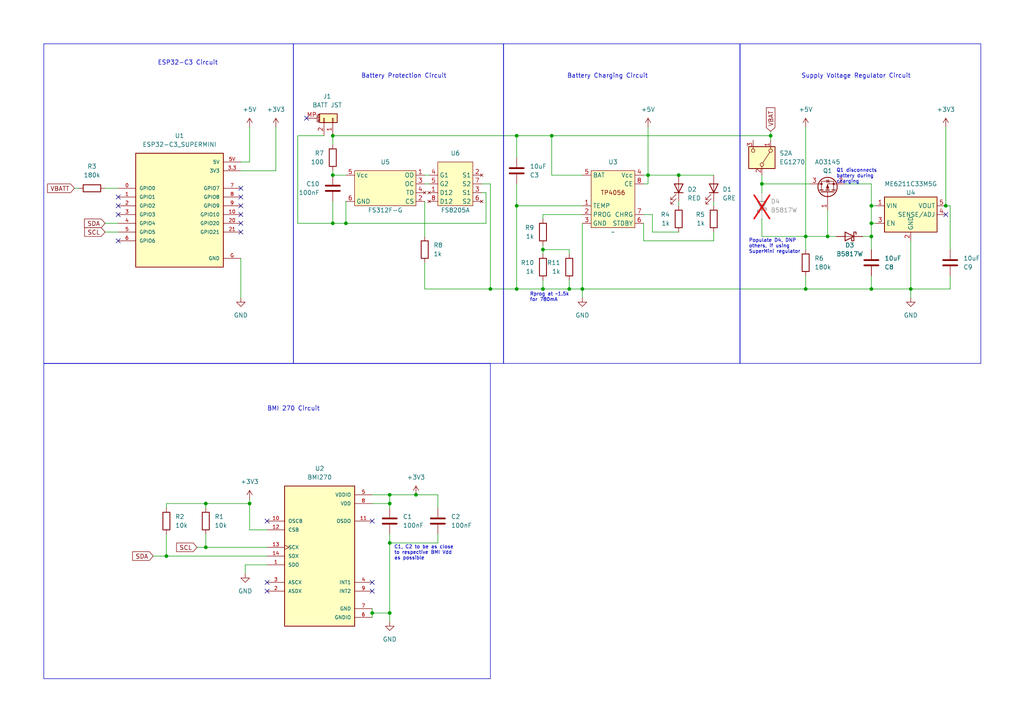
<source format=kicad_sch>
(kicad_sch (version 20230121) (generator eeschema)
  (paper "A4")
  (lib_symbols
    (symbol "BMI270:BMI270" (pin_names (offset 1.016))
      (property "Reference" "U" (at -10.16 21.082 0))
      (property "Value" "BMI270" (at -10.16 -22.86 0))
      (symbol "BMI270_0_0"
        (rectangle (start -10.16 -20.32) (end 10.16 20.32) (stroke (width 0.254)) (fill (type background)))
        (pin bidirectional line (at -15.24 -2.54 0) (length 5.08) (name "SDO") (number "1"))
        (pin input line (at -15.24 10.16 0) (length 5.08) (name "OSCB") (number "10"))
        (pin output line (at 15.24 10.16 180) (length 5.08) (name "OSDO") (number "11"))
        (pin input line (at -15.24 7.62 0) (length 5.08) (name "CSB") (number "12"))
        (pin input clock (at -15.24 2.54 0) (length 5.08) (name "SCX") (number "13"))
        (pin bidirectional line (at -15.24 0 0) (length 5.08) (name "SDX") (number "14"))
        (pin bidirectional line (at -15.24 -10.16 0) (length 5.08) (name "ASDX") (number "2"))
        (pin bidirectional line (at -15.24 -7.62 0) (length 5.08) (name "ASCX") (number "3"))
        (pin bidirectional line (at 15.24 -7.62 180) (length 5.08) (name "INT1") (number "4"))
        (pin power_in line (at 15.24 17.78 180) (length 5.08) (name "VDDIO") (number "5"))
        (pin power_in line (at 15.24 -17.78 180) (length 5.08) (name "GNDIO") (number "6"))
        (pin power_in line (at 15.24 -15.24 180) (length 5.08) (name "GND") (number "7"))
        (pin power_in line (at 15.24 15.24 180) (length 5.08) (name "VDD") (number "8"))
        (pin bidirectional line (at 15.24 -10.16 180) (length 5.08) (name "INT2") (number "9"))
      )
    )
    (symbol "Connector_Generic_MountingPin:Conn_01x02_MountingPin" (pin_names (offset 1.016) hide)
      (property "Reference" "J" (at 0 2.54 0))
      (property "Value" "Conn_01x02_MountingPin" (at 1.27 -5.08 0))
      (symbol "Conn_01x02_MountingPin_1_1"
        (rectangle (start -1.27 -2.413) (end 0 -2.667) (stroke (width 0.1524)))
        (rectangle (start -1.27 0.127) (end 0 -0.127) (stroke (width 0.1524)))
        (rectangle (start -1.27 1.27) (end 1.27 -3.81) (stroke (width 0.254)) (fill (type background)))
        (polyline (pts (xy -1.016 -4.572) (xy 1.016 -4.572)) (stroke (width 0.1524)))
        (text "Mounting" (at 0 -4.191 0) (effects (font (size 0.381 0.381))))
        (pin passive line (at -5.08 0 0) (length 3.81) (name "Pin_1") (number "1"))
        (pin passive line (at -5.08 -2.54 0) (length 3.81) (name "Pin_2") (number "2"))
        (pin passive line (at 0 -7.62 90) (length 3.048) (name "MountPin") (number "MP"))
      )
    )
    (symbol "DW01A:DW01A"
      (property "Reference" "U" (at 0 0 0))
      (property "Value" "DW01A" (at 0 0 0))
      (symbol "DW01A_1_1"
        (rectangle (start -8.89 11.43) (end 8.89 1.27) (fill (type background)))
        (pin input line (at -11.43 10.16 0) (length 2.54) (name "OD") (number "1"))
        (pin input line (at -11.43 2.54 0) (length 2.54) (name "CS") (number "2"))
        (pin input line (at -11.43 7.62 0) (length 2.54) (name "OC") (number "3"))
        (pin no_connect line (at -11.43 5.08 0) (length 2.54) (name "TD") (number "4"))
        (pin input line (at 11.43 10.16 180) (length 2.54) (name "Vcc") (number "5"))
        (pin bidirectional line (at 11.43 2.54 180) (length 2.54) (name "GND") (number "6"))
      )
    )
    (symbol "Device:C" (pin_numbers hide) (pin_names (offset 0.254))
      (property "Reference" "C" (at 0.635 2.54 0))
      (property "Value" "C" (at 0.635 -2.54 0))
      (symbol "C_0_1"
        (polyline (pts (xy -2.032 -0.762) (xy 2.032 -0.762)) (stroke (width 0.508)))
        (polyline (pts (xy -2.032 0.762) (xy 2.032 0.762)) (stroke (width 0.508)))
      )
      (symbol "C_1_1"
        (pin passive line (at 0 3.81 270) (length 2.794) (name "~") (number "1"))
        (pin passive line (at 0 -3.81 90) (length 2.794) (name "~") (number "2"))
      )
    )
    (symbol "Device:D_Schottky" (pin_numbers hide) (pin_names (offset 1.016) hide)
      (property "Reference" "D" (at 0 2.54 0))
      (property "Value" "D_Schottky" (at 0 -2.54 0))
      (symbol "D_Schottky_0_1"
        (polyline (pts (xy 1.27 0) (xy -1.27 0)))
        (polyline (pts (xy 1.27 1.27) (xy 1.27 -1.27) (xy -1.27 0) (xy 1.27 1.27)) (stroke (width 0.254)))
        (polyline (pts (xy -1.905 0.635) (xy -1.905 1.27) (xy -1.27 1.27) (xy -1.27 -1.27) (xy -0.635 -1.27) (xy -0.635 -0.635)) (stroke (width 0.254)))
      )
      (symbol "D_Schottky_1_1"
        (pin passive line (at -3.81 0 0) (length 2.54) (name "K") (number "1"))
        (pin passive line (at 3.81 0 180) (length 2.54) (name "A") (number "2"))
      )
    )
    (symbol "Device:LED" (pin_numbers hide) (pin_names (offset 1.016) hide)
      (property "Reference" "D" (at 0 2.54 0))
      (property "Value" "LED" (at 0 -2.54 0))
      (symbol "LED_0_1"
        (polyline (pts (xy -1.27 -1.27) (xy -1.27 1.27)) (stroke (width 0.254)))
        (polyline (pts (xy -1.27 0) (xy 1.27 0)))
        (polyline (pts (xy 1.27 -1.27) (xy 1.27 1.27) (xy -1.27 0) (xy 1.27 -1.27)) (stroke (width 0.254)))
        (polyline (pts (xy -3.048 -0.762) (xy -4.572 -2.286) (xy -3.81 -2.286) (xy -4.572 -2.286) (xy -4.572 -1.524)))
        (polyline (pts (xy -1.778 -0.762) (xy -3.302 -2.286) (xy -2.54 -2.286) (xy -3.302 -2.286) (xy -3.302 -1.524)))
      )
      (symbol "LED_1_1"
        (pin passive line (at -3.81 0 0) (length 2.54) (name "K") (number "1"))
        (pin passive line (at 3.81 0 180) (length 2.54) (name "A") (number "2"))
      )
    )
    (symbol "Device:Q_PMOS_GSD" (pin_names (offset 0) hide)
      (property "Reference" "Q" (at 5.08 1.27 0))
      (property "Value" "Q_PMOS_GSD" (at 5.08 -1.27 0))
      (symbol "Q_PMOS_GSD_0_1"
        (polyline (pts (xy 0.254 0) (xy -2.54 0)))
        (polyline (pts (xy 0.254 1.905) (xy 0.254 -1.905)) (stroke (width 0.254)))
        (polyline (pts (xy 0.762 -1.27) (xy 0.762 -2.286)) (stroke (width 0.254)))
        (polyline (pts (xy 0.762 0.508) (xy 0.762 -0.508)) (stroke (width 0.254)))
        (polyline (pts (xy 0.762 2.286) (xy 0.762 1.27)) (stroke (width 0.254)))
        (polyline (pts (xy 2.54 2.54) (xy 2.54 1.778)))
        (polyline (pts (xy 2.54 -2.54) (xy 2.54 0) (xy 0.762 0)))
        (polyline (pts (xy 0.762 1.778) (xy 3.302 1.778) (xy 3.302 -1.778) (xy 0.762 -1.778)))
        (polyline (pts (xy 2.286 0) (xy 1.27 0.381) (xy 1.27 -0.381) (xy 2.286 0)) (fill (type outline)))
        (polyline (pts (xy 2.794 -0.508) (xy 2.921 -0.381) (xy 3.683 -0.381) (xy 3.81 -0.254)))
        (polyline (pts (xy 3.302 -0.381) (xy 2.921 0.254) (xy 3.683 0.254) (xy 3.302 -0.381)))
        (circle (center 1.651 0) (radius 2.794) (stroke (width 0.254)))
        (circle (center 2.54 -1.778) (radius 0.254) (fill (type outline)))
        (circle (center 2.54 1.778) (radius 0.254) (fill (type outline)))
      )
      (symbol "Q_PMOS_GSD_1_1"
        (pin input line (at -5.08 0 0) (length 2.54) (name "G") (number "1"))
        (pin passive line (at 2.54 -5.08 90) (length 2.54) (name "S") (number "2"))
        (pin passive line (at 2.54 5.08 270) (length 2.54) (name "D") (number "3"))
      )
    )
    (symbol "Device:R" (pin_numbers hide) (pin_names (offset 0))
      (property "Reference" "R" (at 2.032 0 90))
      (property "Value" "R" (at 0 0 90))
      (symbol "R_0_1"
        (rectangle (start -1.016 -2.54) (end 1.016 2.54) (stroke (width 0.254)))
      )
      (symbol "R_1_1"
        (pin passive line (at 0 3.81 270) (length 1.27) (name "~") (number "1"))
        (pin passive line (at 0 -3.81 90) (length 1.27) (name "~") (number "2"))
      )
    )
    (symbol "ESP32-C3_SUPERMINI:ESP32-C3_SUPERMINI" (pin_names (offset 1.016))
      (property "Reference" "U" (at -12.7 16.002 0))
      (property "Value" "ESP32-C3_SUPERMINI" (at -12.7 -20.32 0))
      (symbol "ESP32-C3_SUPERMINI_0_0"
        (rectangle (start -12.7 -17.78) (end 12.7 15.24) (stroke (width 0.254)) (fill (type background)))
        (pin bidirectional line (at -17.78 5.08 0) (length 5.08) (name "GPIO0") (number "0"))
        (pin bidirectional line (at -17.78 2.54 0) (length 5.08) (name "GPIO1") (number "1"))
        (pin bidirectional line (at 17.78 -2.54 180) (length 5.08) (name "GPIO10") (number "10"))
        (pin bidirectional line (at -17.78 0 0) (length 5.08) (name "GPIO2") (number "2"))
        (pin bidirectional line (at 17.78 -5.08 180) (length 5.08) (name "GPIO20") (number "20"))
        (pin bidirectional line (at 17.78 -7.62 180) (length 5.08) (name "GPIO21") (number "21"))
        (pin bidirectional line (at -17.78 -2.54 0) (length 5.08) (name "GPIO3") (number "3"))
        (pin power_in line (at 17.78 10.16 180) (length 5.08) (name "3V3") (number "3.3"))
        (pin bidirectional line (at -17.78 -5.08 0) (length 5.08) (name "GPIO4") (number "4"))
        (pin bidirectional line (at -17.78 -7.62 0) (length 5.08) (name "GPIO5") (number "5"))
        (pin power_in line (at 17.78 12.7 180) (length 5.08) (name "5V") (number "5V"))
        (pin bidirectional line (at -17.78 -10.16 0) (length 5.08) (name "GPIO6") (number "6"))
        (pin bidirectional line (at 17.78 5.08 180) (length 5.08) (name "GPIO7") (number "7"))
        (pin bidirectional line (at 17.78 2.54 180) (length 5.08) (name "GPIO8") (number "8"))
        (pin bidirectional line (at 17.78 0 180) (length 5.08) (name "GPIO9") (number "9"))
        (pin power_in line (at 17.78 -15.24 180) (length 5.08) (name "GND") (number "G"))
      )
    )
    (symbol "Regulator_Linear:ADP7142AUJZ-3.3"
      (property "Reference" "U" (at 0 8.89 0))
      (property "Value" "ADP7142AUJZ-3.3" (at 0 6.35 0))
      (symbol "ADP7142AUJZ-3.3_0_1"
        (rectangle (start -7.62 5.08) (end 7.62 -5.08) (stroke (width 0.254)) (fill (type background)))
      )
      (symbol "ADP7142AUJZ-3.3_1_1"
        (pin power_in line (at -10.16 2.54 0) (length 2.54) (name "VIN") (number "1"))
        (pin power_in line (at 0 -7.62 90) (length 2.54) (name "GND") (number "2"))
        (pin input line (at -10.16 -2.54 0) (length 2.54) (name "EN") (number "3"))
        (pin input line (at 10.16 0 180) (length 2.54) (name "SENSE/ADJ") (number "4"))
        (pin power_out line (at 10.16 2.54 180) (length 2.54) (name "VOUT") (number "5"))
      )
    )
    (symbol "Switch:SW_DPDT_x2" (pin_names (offset 0) hide)
      (property "Reference" "SW" (at 0 5.08 0))
      (property "Value" "SW_DPDT_x2" (at 0 -5.08 0))
      (symbol "SW_DPDT_x2_0_0"
        (circle (center -2.032 0) (radius 0.508))
        (circle (center 2.032 -2.54) (radius 0.508))
      )
      (symbol "SW_DPDT_x2_0_1"
        (rectangle (start -3.175 3.81) (end 3.175 -3.81) (stroke (width 0.254)) (fill (type background)))
        (polyline (pts (xy -1.524 0.254) (xy 1.5748 2.286)))
        (circle (center 2.032 2.54) (radius 0.508))
      )
      (symbol "SW_DPDT_x2_1_1"
        (pin passive line (at 5.08 2.54 180) (length 2.54) (name "A") (number "1"))
        (pin passive line (at -5.08 0 0) (length 2.54) (name "B") (number "2"))
        (pin passive line (at 5.08 -2.54 180) (length 2.54) (name "C") (number "3"))
      )
      (symbol "SW_DPDT_x2_2_1"
        (pin passive line (at 5.08 2.54 180) (length 2.54) (name "A") (number "4"))
        (pin passive line (at -5.08 0 0) (length 2.54) (name "B") (number "5"))
        (pin passive line (at 5.08 -2.54 180) (length 2.54) (name "C") (number "6"))
      )
    )
    (symbol "TP4056_Board:FS8205A"
      (property "Reference" "U" (at 0 0 0))
      (property "Value" "FS8205A" (at 0 -2.54 0))
      (symbol "FS8205A_1_1"
        (rectangle (start -5.08 13.97) (end 5.08 1.27) (fill (type background)))
        (pin no_connect line (at 7.62 5.08 180) (length 2.54) (name "D12") (number "1"))
        (pin no_connect line (at -7.62 10.16 0) (length 2.54) (name "S1") (number "2"))
        (pin bidirectional line (at -7.62 5.08 0) (length 2.54) (name "S1") (number "3"))
        (pin bidirectional line (at 7.62 10.16 180) (length 2.54) (name "G1") (number "4"))
        (pin bidirectional line (at 7.62 7.62 180) (length 2.54) (name "G2") (number "5"))
        (pin no_connect line (at -7.62 2.54 0) (length 2.54) (name "S2") (number "6"))
        (pin bidirectional line (at -7.62 7.62 0) (length 2.54) (name "S2") (number "7"))
        (pin no_connect line (at 7.62 2.54 180) (length 2.54) (name "D12") (number "8"))
      )
    )
    (symbol "TP4056_Board:TP4056"
      (property "Reference" "U" (at 0 0 0))
      (symbol "TP4056_1_1"
        (rectangle (start -6.35 17.78) (end 6.35 1.27) (fill (type background)))
        (text "TP4056" (at 0 11.43 0) (effects (font (size 1.27 1.27))))
        (pin input line (at 8.89 7.62 180) (length 2.54) (name "TEMP") (number "1"))
        (pin input line (at 8.89 5.08 180) (length 2.54) (name "PROG") (number "2"))
        (pin bidirectional line (at 8.89 2.54 180) (length 2.54) (name "GND") (number "3"))
        (pin input line (at -8.89 16.51 0) (length 2.54) (name "Vcc") (number "4"))
        (pin output line (at 8.89 16.51 180) (length 2.54) (name "BAT") (number "5"))
        (pin output line (at -8.89 2.54 0) (length 2.54) (name "STDBY") (number "6"))
        (pin output line (at -8.89 5.08 0) (length 2.54) (name "CHRG") (number "7"))
        (pin input line (at -8.89 13.97 0) (length 2.54) (name "CE") (number "8"))
      )
    )
    (symbol "power:+3V3" (power) (pin_names (offset 0))
      (property "Value" "+3V3" (at 0 3.556 0))
      (symbol "+3V3_0_1"
        (polyline (pts (xy -0.762 1.27) (xy 0 2.54)))
        (polyline (pts (xy 0 0) (xy 0 2.54)))
        (polyline (pts (xy 0 2.54) (xy 0.762 1.27)))
      )
      (symbol "+3V3_1_1"
        (pin power_in line (at 0 0 90) (length 0) hide (name "+3V3") (number "1"))
      )
    )
    (symbol "power:+5V" (power) (pin_names (offset 0))
      (property "Value" "+5V" (at 0 3.556 0))
      (symbol "+5V_0_1"
        (polyline (pts (xy -0.762 1.27) (xy 0 2.54)))
        (polyline (pts (xy 0 0) (xy 0 2.54)))
        (polyline (pts (xy 0 2.54) (xy 0.762 1.27)))
      )
      (symbol "+5V_1_1"
        (pin power_in line (at 0 0 90) (length 0) hide (name "+5V") (number "1"))
      )
    )
    (symbol "power:GND" (power) (pin_names (offset 0))
      (property "Value" "GND" (at 0 -3.81 0))
      (symbol "GND_0_1"
        (polyline (pts (xy 0 0) (xy 0 -1.27) (xy 1.27 -1.27) (xy 0 -2.54) (xy -1.27 -1.27) (xy 0 -1.27)))
      )
      (symbol "GND_1_1"
        (pin power_in line (at 0 0 270) (length 0) hide (name "GND") (number "1"))
      )
    )
  )
  (junction (at 223.52 39.37))
  (junction (at 160.02 39.37))
  (junction (at 157.48 83.82))
  (junction (at 100.33 64.77))
  (junction (at 96.52 39.37))
  (junction (at 233.68 83.82))
  (junction (at 252.73 59.69))
  (junction (at 113.03 157.48))
  (junction (at 168.91 83.82))
  (junction (at 113.03 146.05))
  (junction (at 165.1 83.82))
  (junction (at 252.73 64.77))
  (junction (at 72.39 146.05))
  (junction (at 113.03 177.8))
  (junction (at 157.48 72.39))
  (junction (at 187.96 50.8))
  (junction (at 96.52 64.77))
  (junction (at 120.65 143.51))
  (junction (at 149.86 59.69))
  (junction (at 264.16 83.82))
  (junction (at 233.68 68.58))
  (junction (at 48.26 161.29))
  (junction (at 220.98 53.34))
  (junction (at 96.52 50.8))
  (junction (at 142.24 83.82))
  (junction (at 252.73 68.58))
  (junction (at 196.85 50.8))
  (junction (at 59.69 146.05))
  (junction (at 149.86 39.37))
  (junction (at 252.73 83.82))
  (junction (at 107.95 177.8))
  (junction (at 149.86 83.82))
  (junction (at 274.32 59.69))
  (junction (at 59.69 158.75))
  (junction (at 240.03 68.58))
  (junction (at 113.03 143.51))
  (no_connect (at 77.47 171.45))
  (no_connect (at 77.47 168.91))
  (no_connect (at 107.95 151.13))
  (no_connect (at 34.29 57.15))
  (no_connect (at 69.85 59.69))
  (no_connect (at 69.85 62.23))
  (no_connect (at 274.32 62.23))
  (no_connect (at 69.85 64.77))
  (no_connect (at 107.95 171.45))
  (no_connect (at 69.85 57.15))
  (no_connect (at 77.47 151.13))
  (no_connect (at 69.85 67.31))
  (no_connect (at 34.29 62.23))
  (no_connect (at 34.29 59.69))
  (no_connect (at 69.85 54.61))
  (no_connect (at 34.29 69.85))
  (no_connect (at 107.95 168.91))
  (no_connect (at 88.9 34.29))
  (wire (pts (xy 264.16 83.82) (xy 275.59 83.82)))
  (wire (pts (xy 113.03 157.48) (xy 113.03 154.94)))
  (wire (pts (xy 59.69 154.94) (xy 59.69 158.75)))
  (wire (pts (xy 196.85 50.8) (xy 187.96 50.8)))
  (wire (pts (xy 48.26 154.94) (xy 48.26 161.29)))
  (wire (pts (xy 240.03 60.96) (xy 240.03 68.58)))
  (wire (pts (xy 59.69 146.05) (xy 59.69 147.32)))
  (wire (pts (xy 168.91 62.23) (xy 157.48 62.23)))
  (wire (pts (xy 275.59 59.69) (xy 275.59 72.39)))
  (wire (pts (xy 233.68 83.82) (xy 252.73 83.82)))
  (wire (pts (xy 72.39 153.67) (xy 77.47 153.67)))
  (wire (pts (xy 127 143.51) (xy 127 147.32)))
  (wire (pts (xy 72.39 36.83) (xy 72.39 46.99)))
  (wire (pts (xy 187.96 50.8) (xy 186.69 50.8)))
  (wire (pts (xy 149.86 39.37) (xy 96.52 39.37)))
  (wire (pts (xy 142.24 83.82) (xy 149.86 83.82)))
  (wire (pts (xy 96.52 39.37) (xy 96.52 41.91)))
  (wire (pts (xy 96.52 64.77) (xy 86.36 64.77)))
  (wire (pts (xy 160.02 50.8) (xy 168.91 50.8)))
  (wire (pts (xy 72.39 144.78) (xy 72.39 146.05)))
  (wire (pts (xy 107.95 143.51) (xy 113.03 143.51)))
  (wire (pts (xy 275.59 83.82) (xy 275.59 80.01)))
  (wire (pts (xy 157.48 83.82) (xy 165.1 83.82)))
  (wire (pts (xy 69.85 86.36) (xy 69.85 74.93)))
  (wire (pts (xy 123.19 76.2) (xy 123.19 83.82)))
  (wire (pts (xy 72.39 146.05) (xy 59.69 146.05)))
  (wire (pts (xy 274.32 59.69) (xy 275.59 59.69)))
  (wire (pts (xy 196.85 67.31) (xy 189.23 67.31)))
  (wire (pts (xy 252.73 64.77) (xy 252.73 68.58)))
  (wire (pts (xy 30.48 54.61) (xy 34.29 54.61)))
  (wire (pts (xy 252.73 68.58) (xy 252.73 72.39)))
  (wire (pts (xy 107.95 146.05) (xy 113.03 146.05)))
  (wire (pts (xy 157.48 81.28) (xy 157.48 83.82)))
  (wire (pts (xy 30.48 64.77) (xy 34.29 64.77)))
  (wire (pts (xy 149.86 59.69) (xy 149.86 83.82)))
  (wire (pts (xy 264.16 69.85) (xy 264.16 83.82)))
  (wire (pts (xy 252.73 80.01) (xy 252.73 83.82)))
  (wire (pts (xy 140.97 64.77) (xy 100.33 64.77)))
  (wire (pts (xy 207.01 67.31) (xy 207.01 69.85)))
  (wire (pts (xy 233.68 68.58) (xy 240.03 68.58)))
  (wire (pts (xy 44.45 161.29) (xy 48.26 161.29)))
  (wire (pts (xy 165.1 72.39) (xy 165.1 73.66)))
  (wire (pts (xy 165.1 81.28) (xy 165.1 83.82)))
  (wire (pts (xy 113.03 157.48) (xy 113.03 177.8)))
  (wire (pts (xy 96.52 64.77) (xy 100.33 64.77)))
  (wire (pts (xy 223.52 39.37) (xy 223.52 40.64)))
  (wire (pts (xy 187.96 36.83) (xy 187.96 50.8)))
  (wire (pts (xy 96.52 64.77) (xy 96.52 58.42)))
  (wire (pts (xy 120.65 143.51) (xy 127 143.51)))
  (wire (pts (xy 142.24 53.34) (xy 142.24 83.82)))
  (wire (pts (xy 30.48 67.31) (xy 34.29 67.31)))
  (wire (pts (xy 142.24 53.34) (xy 139.7 53.34)))
  (wire (pts (xy 252.73 59.69) (xy 252.73 64.77)))
  (wire (pts (xy 160.02 39.37) (xy 223.52 39.37)))
  (wire (pts (xy 59.69 146.05) (xy 48.26 146.05)))
  (wire (pts (xy 113.03 177.8) (xy 113.03 180.34)))
  (wire (pts (xy 157.48 72.39) (xy 165.1 72.39)))
  (wire (pts (xy 86.36 64.77) (xy 86.36 39.37)))
  (wire (pts (xy 21.59 54.61) (xy 22.86 54.61)))
  (wire (pts (xy 149.86 53.34) (xy 149.86 59.69)))
  (wire (pts (xy 187.96 50.8) (xy 187.96 53.34)))
  (wire (pts (xy 113.03 146.05) (xy 113.03 147.32)))
  (wire (pts (xy 157.48 62.23) (xy 157.48 63.5)))
  (wire (pts (xy 100.33 58.42) (xy 100.33 64.77)))
  (wire (pts (xy 113.03 157.48) (xy 127 157.48)))
  (wire (pts (xy 96.52 49.53) (xy 96.52 50.8)))
  (wire (pts (xy 196.85 58.42) (xy 196.85 59.69)))
  (wire (pts (xy 223.52 38.1) (xy 223.52 39.37)))
  (wire (pts (xy 186.69 69.85) (xy 186.69 64.77)))
  (wire (pts (xy 48.26 146.05) (xy 48.26 147.32)))
  (wire (pts (xy 220.98 68.58) (xy 220.98 63.5)))
  (wire (pts (xy 165.1 83.82) (xy 168.91 83.82)))
  (wire (pts (xy 72.39 146.05) (xy 72.39 153.67)))
  (wire (pts (xy 123.19 83.82) (xy 142.24 83.82)))
  (wire (pts (xy 220.98 53.34) (xy 220.98 55.88)))
  (wire (pts (xy 242.57 68.58) (xy 240.03 68.58)))
  (wire (pts (xy 107.95 177.8) (xy 107.95 179.07)))
  (wire (pts (xy 168.91 64.77) (xy 168.91 83.82)))
  (wire (pts (xy 140.97 55.88) (xy 140.97 64.77)))
  (wire (pts (xy 233.68 36.83) (xy 233.68 68.58)))
  (wire (pts (xy 207.01 58.42) (xy 207.01 59.69)))
  (wire (pts (xy 274.32 36.83) (xy 274.32 59.69)))
  (wire (pts (xy 123.19 58.42) (xy 123.19 68.58)))
  (wire (pts (xy 157.48 72.39) (xy 157.48 73.66)))
  (wire (pts (xy 168.91 83.82) (xy 233.68 83.82)))
  (wire (pts (xy 250.19 68.58) (xy 252.73 68.58)))
  (wire (pts (xy 264.16 83.82) (xy 264.16 86.36)))
  (wire (pts (xy 233.68 68.58) (xy 233.68 72.39)))
  (wire (pts (xy 113.03 143.51) (xy 120.65 143.51)))
  (wire (pts (xy 124.46 50.8) (xy 123.19 50.8)))
  (wire (pts (xy 252.73 59.69) (xy 254 59.69)))
  (wire (pts (xy 127 157.48) (xy 127 154.94)))
  (wire (pts (xy 59.69 158.75) (xy 77.47 158.75)))
  (wire (pts (xy 149.86 83.82) (xy 157.48 83.82)))
  (wire (pts (xy 149.86 39.37) (xy 160.02 39.37)))
  (wire (pts (xy 220.98 53.34) (xy 234.95 53.34)))
  (wire (pts (xy 100.33 50.8) (xy 96.52 50.8)))
  (wire (pts (xy 139.7 55.88) (xy 140.97 55.88)))
  (wire (pts (xy 107.95 177.8) (xy 113.03 177.8)))
  (wire (pts (xy 113.03 143.51) (xy 113.03 146.05)))
  (wire (pts (xy 233.68 83.82) (xy 233.68 80.01)))
  (wire (pts (xy 245.11 53.34) (xy 252.73 53.34)))
  (wire (pts (xy 168.91 86.36) (xy 168.91 83.82)))
  (wire (pts (xy 107.95 176.53) (xy 107.95 177.8)))
  (wire (pts (xy 196.85 50.8) (xy 207.01 50.8)))
  (wire (pts (xy 124.46 53.34) (xy 123.19 53.34)))
  (wire (pts (xy 252.73 53.34) (xy 252.73 59.69)))
  (wire (pts (xy 149.86 39.37) (xy 149.86 45.72)))
  (wire (pts (xy 48.26 161.29) (xy 77.47 161.29)))
  (wire (pts (xy 149.86 59.69) (xy 168.91 59.69)))
  (wire (pts (xy 57.15 158.75) (xy 59.69 158.75)))
  (wire (pts (xy 187.96 53.34) (xy 186.69 53.34)))
  (wire (pts (xy 71.12 163.83) (xy 77.47 163.83)))
  (wire (pts (xy 69.85 49.53) (xy 80.01 49.53)))
  (wire (pts (xy 86.36 39.37) (xy 93.98 39.37)))
  (wire (pts (xy 160.02 39.37) (xy 160.02 50.8)))
  (wire (pts (xy 157.48 71.12) (xy 157.48 72.39)))
  (wire (pts (xy 220.98 68.58) (xy 233.68 68.58)))
  (wire (pts (xy 80.01 49.53) (xy 80.01 36.83)))
  (wire (pts (xy 220.98 50.8) (xy 220.98 53.34)))
  (wire (pts (xy 186.69 69.85) (xy 207.01 69.85)))
  (wire (pts (xy 252.73 83.82) (xy 264.16 83.82)))
  (wire (pts (xy 186.69 62.23) (xy 189.23 62.23)))
  (wire (pts (xy 71.12 166.37) (xy 71.12 163.83)))
  (wire (pts (xy 72.39 46.99) (xy 69.85 46.99)))
  (wire (pts (xy 252.73 64.77) (xy 254 64.77)))
  (wire (pts (xy 189.23 67.31) (xy 189.23 62.23)))
  (rectangle (start 85.09 12.7) (end 146.05 105.41))
  (rectangle (start 12.7 12.7) (end 85.09 105.41))
  (rectangle (start 146.05 12.7) (end 214.63 105.41))
  (rectangle (start 12.7 105.41) (end 142.24 196.85))
  (rectangle (start 214.63 12.7) (end 284.48 105.41))
  (text "BMI 270 Circuit" (at 77.47 119.38 0) (effects (font (size 1.27 1.27)) (justify left bottom)))
  (text "Battery Protection Circuit" (at 129.54 22.86 0) (effects (font (size 1.27 1.27)) (justify right bottom)))
  (text "Supply Voltage Regulator Circuit" (at 232.41 22.86 0) (effects (font (size 1.27 1.27)) (justify left bottom)))
  (text "ESP32-C3 Circuit" (at 45.72 19.05 0) (effects (font (size 1.27 1.27)) (justify left bottom)))
  (text "Populate D4, DNP \nothers, if using\nSuperMini regulator" (at 217.17 73.66 0) (effects (font (size 1 1)) (justify left bottom)))
  (text "Battery Charging Circuit" (at 187.96 22.86 0) (effects (font (size 1.27 1.27)) (justify right bottom)))
  (text "Rprog at ~1.5k \nfor 780mA" (at 153.67 87.63 0) (effects (font (size 1 1)) (justify left bottom)))
  (text "C1, C2 to be as close\nto respective BMI Vdd\nas possible" (at 114.3 162.56 0) (effects (font (size 1 1)) (justify left bottom)))
  (text "Q1 disconnects\nbattery during\ncharging" (at 242.57 53.34 0) (effects (font (size 1 1)) (justify left bottom)))
  (global_label "SCL" (shape input) (at 57.15 158.75 180) (property "Intersheetrefs" "${INTERSHEET_REFS}" (effects hide)))
  (global_label "VBAT" (shape input) (at 223.52 38.1 90) (property "Intersheetrefs" "${INTERSHEET_REFS}" (effects hide)))
  (global_label "VBATT" (shape input) (at 21.59 54.61 180) (property "Intersheetrefs" "${INTERSHEET_REFS}" (effects hide)))
  (global_label "SCL" (shape input) (at 30.48 67.31 180) (property "Intersheetrefs" "${INTERSHEET_REFS}" (effects hide)))
  (global_label "SDA" (shape input) (at 44.45 161.29 180) (property "Intersheetrefs" "${INTERSHEET_REFS}" (effects hide)))
  (global_label "SDA" (shape input) (at 30.48 64.77 180) (property "Intersheetrefs" "${INTERSHEET_REFS}" (effects hide)))
  (symbol (lib_id "Device:Q_PMOS_GSD") (at 240.03 55.88 90) (unit 1)
    (property "Reference" "Q1" (at 240.03 49.53 90))
    (property "Value" "AO3145" (at 240.03 46.99 90))
    (property "Footprint" "Package_TO_SOT_SMD:SOT-23" (effects hide))
    (property "Datasheet" "https://mm.digikey.com/Volume0/opasdata/d220001/medias/docus/1116/AO3415.pdf" (effects hide))
  )
  (symbol (lib_id "Device:C") (at 252.73 76.2 0) (mirror x) (unit 1)
    (property "Reference" "C8" (at 256.54 77.47 0) (effects (justify left)))
    (property "Value" "10uF" (at 256.54 74.93 0) (effects (justify left)))
    (property "Footprint" "Connector_JST:JST_JWPF_B02B-JWPF-SK-R_1x02_P2.00mm_Vertical" (effects hide))
  )
  (symbol (lib_id "Device:R") (at 26.67 54.61 270) (unit 1)
    (property "Reference" "R3" (at 26.67 48.26 90))
    (property "Value" "180k" (at 26.67 50.8 90))
    (property "Footprint" "Resistor_SMD:R_0805_2012Metric" (effects hide))
  )
  (symbol (lib_id "Device:R") (at 196.85 63.5 0) (mirror x) (unit 1)
    (property "Reference" "R4" (at 194.31 62.23 0) (effects (justify right)))
    (property "Value" "1k" (at 194.31 64.77 0) (effects (justify right)))
    (property "Footprint" "Resistor_SMD:R_0805_2012Metric" (effects hide))
  )
  (symbol (lib_id "Connector_Generic_MountingPin:Conn_01x02_MountingPin") (at 96.52 34.29 270) (mirror x) (unit 1)
    (property "Reference" "J1" (at 94.8944 27.94 90))
    (property "Value" "BATT JST" (at 94.8944 30.48 90))
    (property "Footprint" "Connector_JST:JST_PH_B2B-PH-K_1x02_P2.00mm_Vertical" (effects hide))
  )
  (symbol (lib_id "power:+3V3") (at 274.32 36.83 0) (mirror y) (unit 1)
    (property "Reference" "#PWR09" (effects hide))
    (property "Value" "+3V3" (at 274.32 31.75 0))
  )
  (symbol (lib_id "TP4056_Board:FS8205A") (at 132.08 60.96 0) (mirror y) (unit 1)
    (property "Reference" "U6" (at 132.08 44.45 0))
    (property "Value" "FS8205A" (at 132.08 60.96 0))
    (property "Footprint" "Package_SO:TSSOP-8_4.4x3mm_P0.65mm" (effects hide))
  )
  (symbol (lib_id "Device:R") (at 123.19 72.39 0) (mirror y) (unit 1)
    (property "Reference" "R8" (at 125.73 71.12 0) (effects (justify right)))
    (property "Value" "1k" (at 125.73 73.66 0) (effects (justify right)))
    (property "Footprint" "Resistor_SMD:R_0805_2012Metric" (effects hide))
  )
  (symbol (lib_id "Device:R") (at 59.69 151.13 0) (unit 1)
    (property "Reference" "R1" (at 62.23 149.86 0) (effects (justify left)))
    (property "Value" "10k" (at 62.23 152.4 0) (effects (justify left)))
    (property "Footprint" "Resistor_SMD:R_0805_2012Metric" (effects hide))
  )
  (symbol (lib_id "power:+3V3") (at 120.65 143.51 0) (unit 1)
    (property "Reference" "#PWR04" (effects hide))
    (property "Value" "+3V3" (at 120.65 138.43 0))
  )
  (symbol (lib_id "power:+5V") (at 72.39 36.83 0) (unit 1)
    (property "Reference" "#PWR08" (effects hide))
    (property "Value" "+5V" (at 72.39 31.75 0))
  )
  (symbol (lib_id "power:+5V") (at 187.96 36.83 0) (mirror y) (unit 1)
    (property "Reference" "#PWR03" (effects hide))
    (property "Value" "+5V" (at 187.96 31.75 0))
  )
  (symbol (lib_id "Device:R") (at 96.52 45.72 0) (mirror y) (unit 1)
    (property "Reference" "R7" (at 93.98 44.45 0) (effects (justify left)))
    (property "Value" "100" (at 93.98 46.99 0) (effects (justify left)))
    (property "Footprint" "Resistor_SMD:R_0805_2012Metric" (effects hide))
  )
  (symbol (lib_id "Switch:SW_DPDT_x2") (at 220.98 45.72 270) (mirror x) (unit 1)
    (property "Reference" "S2" (at 226.06 44.45 90) (effects (justify left)))
    (property "Value" "EG1270" (at 226.06 46.99 90) (effects (justify left)))
    (property "Footprint" "EG1270:SW_EG1270" (effects hide))
  )
  (symbol (lib_id "Device:D_Schottky") (at 220.98 59.69 90) (unit 1) (dnp yes)
    (property "Reference" "D4" (at 223.52 58.42 90) (effects (justify right)))
    (property "Value" "B5817W" (at 223.52 60.96 90) (effects (justify right)))
    (property "Footprint" "Diode_SMD:D_0805_2012Metric" (effects hide))
    (property "Sim.Device" "D" (effects hide))
    (property "Sim.Pins" "1=K 2=A" (effects hide))
  )
  (symbol (lib_id "Device:LED") (at 207.01 54.61 270) (mirror x) (unit 1)
    (property "Reference" "D1" (at 209.55 54.9275 90) (effects (justify left)))
    (property "Value" "GRE" (at 209.55 57.4675 90) (effects (justify left)))
  )
  (symbol (lib_id "power:GND") (at 71.12 166.37 0) (unit 1)
    (property "Reference" "#PWR02" (effects hide))
    (property "Value" "GND" (at 71.12 171.45 0))
  )
  (symbol (lib_id "Device:R") (at 233.68 76.2 0) (unit 1)
    (property "Reference" "R6" (at 236.22 74.93 0) (effects (justify left)))
    (property "Value" "180k" (at 236.22 77.47 0) (effects (justify left)))
    (property "Footprint" "Resistor_SMD:R_0805_2012Metric" (effects hide))
  )
  (symbol (lib_id "Device:C") (at 275.59 76.2 0) (mirror x) (unit 1)
    (property "Reference" "C9" (at 279.4 77.47 0) (effects (justify left)))
    (property "Value" "10uF" (at 279.4 74.93 0) (effects (justify left)))
    (property "Footprint" "Connector_JST:JST_JWPF_B02B-JWPF-SK-R_1x02_P2.00mm_Vertical" (effects hide))
  )
  (symbol (lib_id "Device:D_Schottky") (at 246.38 68.58 0) (mirror y) (unit 1)
    (property "Reference" "D3" (at 245.11 71.12 0) (effects (justify right)))
    (property "Value" "B5817W" (at 242.57 73.66 0) (effects (justify right)))
    (property "Footprint" "Diode_SMD:D_0805_2012Metric" (effects hide))
    (property "Sim.Device" "D" (effects hide))
    (property "Sim.Pins" "1=K 2=A" (effects hide))
  )
  (symbol (lib_id "BMI270:BMI270") (at 92.71 161.29 0) (unit 1)
    (property "Reference" "U2" (at 92.71 135.89 0))
    (property "Value" "BMI270" (at 92.71 138.43 0))
    (property "Footprint" "BMI270:XDCR_BMI270" (effects hide))
    (property "PATREV" "1.0" (effects hide))
    (property "MF" "Bosch Sensortec" (effects hide))
    (property "MAXIMUM_PACKAGE_HEIGHT" "0.87mm" (effects hide))
    (property "Package" "LGA-14 Bosch Sensortec" (effects hide))
    (property "Price" "None" (effects hide))
    (property "Check_prices" "https://www.snapeda.com/parts/BMI270/Bosch+Sensortec/view-part/?ref=eda" (effects hide))
    (property "STANDARD" "Manufacturer Recommendations" (effects hide))
    (property "SnapEDA_Link" "https://www.snapeda.com/parts/BMI270/Bosch+Sensortec/view-part/?ref=snap" (effects hide))
    (property "MP" "BMI270" (effects hide))
    (property "Purchase-URL" "https://www.snapeda.com/api/url_track_click_mouser/?unipart_id=3595167&manufacturer=Bosch Sensortec&part_name=BMI270&search_term=bmi270" (effects hide))
    (property "Description" "\nAccelerometer, Gyroscope, 6 Axis Sensor I2C, SPI Output\n" (effects hide))
    (property "Availability" "In Stock" (effects hide))
    (property "MANUFACTURER" "Bosch Sensortec" (effects hide))
  )
  (symbol (lib_id "power:GND") (at 168.91 86.36 0) (mirror y) (unit 1)
    (property "Reference" "#PWR010" (effects hide))
    (property "Value" "GND" (at 168.91 91.44 0))
  )
  (symbol (lib_id "power:GND") (at 69.85 86.36 0) (unit 1)
    (property "Reference" "#PWR01" (effects hide))
    (property "Value" "GND" (at 69.85 91.44 0))
  )
  (symbol (lib_id "Device:R") (at 157.48 67.31 0) (mirror y) (unit 1)
    (property "Reference" "R9" (at 154.94 66.04 0) (effects (justify left)))
    (property "Value" "1k" (at 154.94 68.58 0) (effects (justify left)))
    (property "Footprint" "Resistor_SMD:R_0805_2012Metric" (effects hide))
  )
  (symbol (lib_id "Regulator_Linear:ADP7142AUJZ-3.3") (at 264.16 62.23 0) (unit 1)
    (property "Reference" "U4" (at 264.16 55.88 0))
    (property "Value" "ME6211C33M5G" (at 264.16 53.34 0))
    (property "Footprint" "Package_TO_SOT_SMD:TSOT-23-5" (effects hide))
    (property "Datasheet" "https://www.analog.com/media/en/technical-documentation/data-sheets/ADP7142.pdf" (effects hide))
  )
  (symbol (lib_id "Device:LED") (at 196.85 54.61 270) (mirror x) (unit 1)
    (property "Reference" "D2" (at 199.39 54.9275 90) (effects (justify left)))
    (property "Value" "RED" (at 199.39 57.4675 90) (effects (justify left)))
  )
  (symbol (lib_id "DW01A:DW01A") (at 111.76 60.96 0) (mirror y) (unit 1)
    (property "Reference" "U5" (at 111.76 46.99 0))
    (property "Value" "FS312F-G" (at 111.76 60.96 0))
    (property "Footprint" "Package_TO_SOT_SMD:TSOT-23-6" (effects hide))
    (property "Datasheet" "https://www.ic-fortune.com/upload/Download/FS312F-G-DS-10_EN.pdf" (effects hide))
  )
  (symbol (lib_id "Device:C") (at 149.86 49.53 0) (mirror x) (unit 1)
    (property "Reference" "C3" (at 153.67 50.8 0) (effects (justify left)))
    (property "Value" "10uF" (at 153.67 48.26 0) (effects (justify left)))
    (property "Footprint" "Connector_JST:JST_JWPF_B02B-JWPF-SK-R_1x02_P2.00mm_Vertical" (effects hide))
  )
  (symbol (lib_id "power:+3V3") (at 72.39 144.78 0) (unit 1)
    (property "Reference" "#PWR06" (effects hide))
    (property "Value" "+3V3" (at 72.39 139.7 0))
  )
  (symbol (lib_id "TP4056_Board:TP4056") (at 177.8 67.31 0) (mirror y) (unit 1)
    (property "Reference" "U3" (at 177.8 46.99 0))
    (property "Value" "~" (at 177.8 67.31 0))
  )
  (symbol (lib_id "ESP32-C3_SUPERMINI:ESP32-C3_SUPERMINI") (at 52.07 59.69 0) (unit 1)
    (property "Reference" "U1" (at 52.07 39.37 0))
    (property "Value" "ESP32-C3_SUPERMINI" (at 52.07 41.91 0))
    (property "Footprint" "ESP32-C3_SUPERMINI:MODULE_ESP32-C3_SUPERMINI" (effects hide))
    (property "MF" "Espressif Systems" (effects hide))
    (property "MAXIMUM_PACKAGE_HEIGHT" "4.2mm" (effects hide))
    (property "Package" "Package" (effects hide))
    (property "Price" "None" (effects hide))
    (property "Check_prices" "https://www.snapeda.com/parts/ESP32-C3%20SuperMini/Espressif+Systems/view-part/?ref=eda" (effects hide))
    (property "STANDARD" "Manufacturer Recommendations" (effects hide))
    (property "SnapEDA_Link" "https://www.snapeda.com/parts/ESP32-C3%20SuperMini/Espressif+Systems/view-part/?ref=snap" (effects hide))
    (property "MP" "ESP32-C3 SuperMini" (effects hide))
    (property "Description" "\nSuper tiny ESP32-C3 board\n" (effects hide))
    (property "Availability" "Not in stock" (effects hide))
    (property "MANUFACTURER" "Espressif" (effects hide))
  )
  (symbol (lib_id "Device:C") (at 127 151.13 0) (unit 1)
    (property "Reference" "C2" (at 130.81 149.86 0) (effects (justify left)))
    (property "Value" "100nF" (at 130.81 152.4 0) (effects (justify left)))
    (property "Footprint" "Capacitor_SMD:C_0805_2012Metric" (effects hide))
  )
  (symbol (lib_id "Device:C") (at 113.03 151.13 0) (unit 1)
    (property "Reference" "C1" (at 116.84 149.86 0) (effects (justify left)))
    (property "Value" "100nF" (at 116.84 152.4 0) (effects (justify left)))
    (property "Footprint" "Connector_JST:JST_JWPF_B02B-JWPF-SK-R_1x02_P2.00mm_Vertical" (effects hide))
  )
  (symbol (lib_id "power:+5V") (at 233.68 36.83 0) (unit 1)
    (property "Reference" "#PWR011" (effects hide))
    (property "Value" "+5V" (at 233.68 31.75 0))
  )
  (symbol (lib_id "Device:R") (at 157.48 77.47 0) (mirror y) (unit 1)
    (property "Reference" "R10" (at 154.94 76.2 0) (effects (justify left)))
    (property "Value" "1k" (at 154.94 78.74 0) (effects (justify left)))
    (property "Footprint" "Resistor_SMD:R_0805_2012Metric" (effects hide))
  )
  (symbol (lib_id "power:+3V3") (at 80.01 36.83 0) (unit 1)
    (property "Reference" "#PWR07" (effects hide))
    (property "Value" "+3V3" (at 80.01 31.75 0))
  )
  (symbol (lib_id "Device:C") (at 96.52 54.61 0) (mirror y) (unit 1)
    (property "Reference" "C10" (at 92.71 53.34 0) (effects (justify left)))
    (property "Value" "100nF" (at 92.71 55.88 0) (effects (justify left)))
    (property "Footprint" "Capacitor_SMD:C_0805_2012Metric" (effects hide))
  )
  (symbol (lib_id "power:GND") (at 264.16 86.36 0) (mirror y) (unit 1)
    (property "Reference" "#PWR014" (effects hide))
    (property "Value" "GND" (at 264.16 91.44 0))
  )
  (symbol (lib_id "power:GND") (at 113.03 180.34 0) (unit 1)
    (property "Reference" "#PWR05" (effects hide))
    (property "Value" "GND" (at 113.03 185.42 0))
  )
  (symbol (lib_id "Device:R") (at 207.01 63.5 0) (mirror x) (unit 1)
    (property "Reference" "R5" (at 204.47 62.23 0) (effects (justify right)))
    (property "Value" "1k" (at 204.47 64.77 0) (effects (justify right)))
    (property "Footprint" "Resistor_SMD:R_0805_2012Metric" (effects hide))
  )
  (symbol (lib_id "Device:R") (at 165.1 77.47 0) (mirror y) (unit 1)
    (property "Reference" "R11" (at 162.56 76.2 0) (effects (justify left)))
    (property "Value" "1k" (at 162.56 78.74 0) (effects (justify left)))
    (property "Footprint" "Resistor_SMD:R_0805_2012Metric" (effects hide))
  )
  (symbol (lib_id "Device:R") (at 48.26 151.13 0) (unit 1)
    (property "Reference" "R2" (at 50.8 149.86 0) (effects (justify left)))
    (property "Value" "10k" (at 50.8 152.4 0) (effects (justify left)))
    (property "Footprint" "Resistor_SMD:R_0805_2012Metric" (effects hide))
  )
)
</source>
